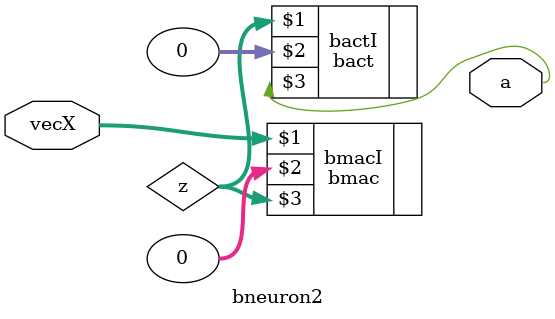
<source format=v>
`timescale 1 ns/10 ps

module bneuron2(vecX,a);
   parameter VWIDTH2 = 0;
   parameter CWIDTH2 = 0;
   parameter VECW2 = 0;
   parameter BIAS2 = 0;

   input[VWIDTH2-1:0] vecX;
   output a;

   wire[CWIDTH2-1:0] z;

   bmac #(VWIDTH2,CWIDTH2) bmacI(vecX,VECW2,z);
   bact#(CWIDTH2) bactI(z,BIAS2,a);

endmodule

</source>
